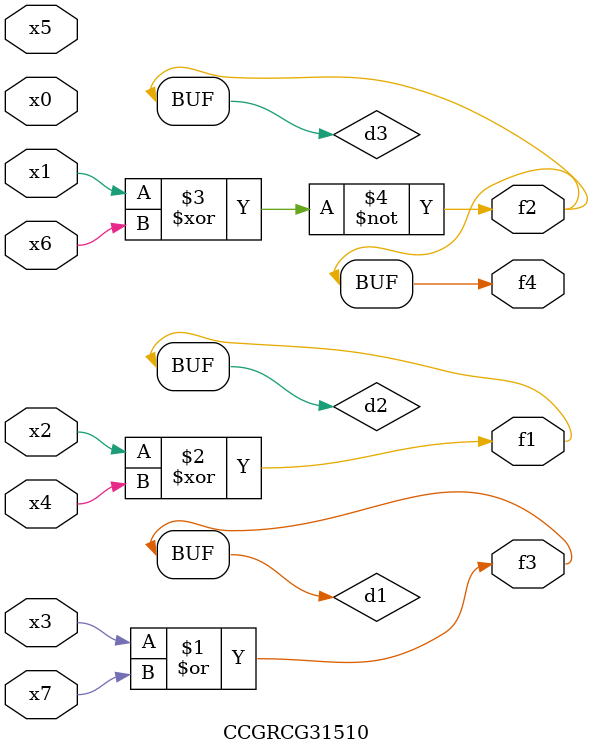
<source format=v>
module CCGRCG31510(
	input x0, x1, x2, x3, x4, x5, x6, x7,
	output f1, f2, f3, f4
);

	wire d1, d2, d3;

	or (d1, x3, x7);
	xor (d2, x2, x4);
	xnor (d3, x1, x6);
	assign f1 = d2;
	assign f2 = d3;
	assign f3 = d1;
	assign f4 = d3;
endmodule

</source>
